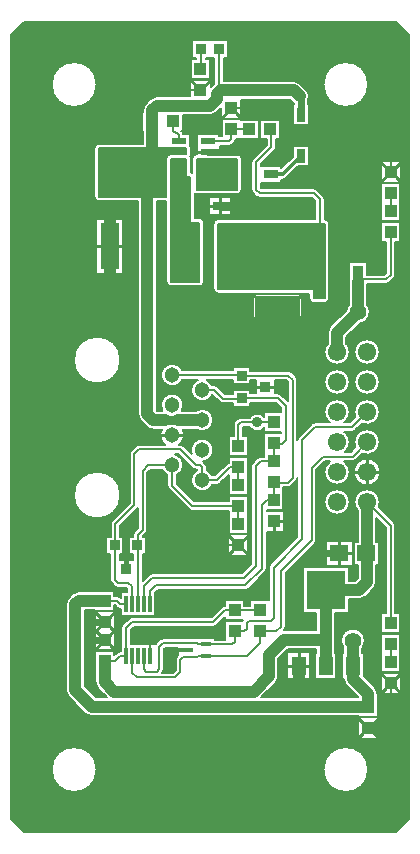
<source format=gbr>
G04 DesignSpark PCB PRO Gerber Version 10.0 Build 5299*
G04 #@! TF.Part,Single*
G04 #@! TF.FileFunction,Copper,L1,Top*
G04 #@! TF.FilePolarity,Positive*
%FSLAX36Y36*%
%MOIN*%
G04 #@! TA.AperFunction,SMDPad,CuDef*
%ADD120R,0.01181X0.05512*%
%ADD72R,0.03150X0.04528*%
%ADD125R,0.03465X0.11063*%
%ADD76R,0.03937X0.04291*%
%ADD126R,0.04724X0.06299*%
%ADD28R,0.05500X0.06000*%
%ADD122R,0.06299X0.15748*%
%ADD124R,0.08858X0.18898*%
%ADD127R,0.12992X0.12992*%
%ADD80R,0.03346X0.03346*%
%ADD81R,0.03740X0.03740*%
G04 #@! TD.AperFunction*
%ADD18C,0.00787*%
%ADD112C,0.01000*%
%ADD114C,0.01181*%
%ADD113C,0.01575*%
%ADD24C,0.02362*%
%ADD115C,0.02953*%
%ADD118C,0.03150*%
G04 #@! TA.AperFunction,ViaPad*
%ADD116C,0.03543*%
G04 #@! TD.AperFunction*
%ADD23C,0.03937*%
G04 #@! TA.AperFunction,ComponentPad*
%ADD74C,0.05130*%
G04 #@! TA.AperFunction,ViaPad*
%ADD117C,0.05600*%
G04 #@! TA.AperFunction,ComponentPad*
%ADD119C,0.06102*%
G04 #@! TA.AperFunction,SMDPad,CuDef*
%ADD129R,0.03543X0.01575*%
%ADD121R,0.04921X0.02362*%
%ADD123R,0.04528X0.03150*%
%ADD73R,0.04291X0.03937*%
%ADD128R,0.06000X0.05500*%
G04 #@! TD.AperFunction*
X0Y0D02*
D02*
D18*
X69744Y2689839D02*
Y73941D01*
X113311Y30374D01*
X1351256D01*
X1394823Y73941D01*
Y2689839D01*
X1351256Y2733406D01*
X113311D01*
X69744Y2689839D01*
X204724Y240157D02*
G75*
G02*
X354331I74803J0D01*
G01*
G75*
G02*
X204724I-74803J0D01*
G01*
Y2523622D02*
G75*
G02*
X354331I74803J0D01*
G01*
G75*
G02*
X204724I-74803J0D01*
G01*
X1350394Y761181D02*
X1366142D01*
Y694646D01*
X1303150D01*
Y761181D01*
X1318898D01*
Y1046626D01*
X1287402Y1078122D01*
Y999941D01*
X1295472D01*
Y921319D01*
X1287402D01*
Y866142D01*
G75*
G02*
X1278150Y843843I-31496J0D01*
G01*
X1250866Y816559D01*
G75*
G02*
X1228567Y807307I-22299J22244D01*
G01*
X1195039D01*
Y762047D01*
X1149772D01*
Y630157D01*
X1153701D01*
Y543543D01*
X1082835D01*
Y630157D01*
X1086780D01*
Y641732D01*
X993362D01*
X960630Y609000D01*
Y551181D01*
G75*
G02*
X951378Y528882I-31496J0D01*
G01*
X902811Y480315D01*
X1227110D01*
X1186583Y520843D01*
G75*
G02*
X1177331Y543142I22244J22299D01*
G01*
Y543543D01*
X1173386D01*
Y630157D01*
X1177165D01*
Y644941D01*
G75*
G02*
X1168850Y669291I31496J24350D01*
G01*
G75*
G02*
X1248472I39811J0D01*
G01*
G75*
G02*
X1240157Y644941I-39811J0D01*
G01*
Y630157D01*
X1244252D01*
Y552260D01*
X1282087Y514425D01*
G75*
G02*
X1291339Y492126I-22244J-22299D01*
G01*
Y448598D01*
G75*
G02*
Y448386I-31720J-106D01*
G01*
G75*
G02*
Y448173I-31803J-106D01*
G01*
Y415118D01*
X1228346D01*
Y417323D01*
X338583D01*
G75*
G02*
X316283Y426575I0J31496D01*
G01*
X261220Y481638D01*
G75*
G02*
X251969Y503937I22244J22299D01*
G01*
Y791339D01*
G75*
G02*
X261220Y813638I31496J0D01*
G01*
X272543Y824961D01*
G75*
G02*
X294843Y834213I22299J-22244D01*
G01*
X350394D01*
Y835984D01*
X413386D01*
Y818898D01*
X421236D01*
G75*
G02*
X432394Y814283I20J-15748D01*
G01*
X435039Y811642D01*
Y830709D01*
X456693D01*
Y843870D01*
X454106Y846457D01*
X425220D01*
G75*
G02*
X414063Y851071I-20J15748D01*
G01*
X404220Y860913D01*
G75*
G02*
X399606Y872047I11134J11138D01*
G01*
Y959646D01*
X386811D01*
Y1016732D01*
X401575D01*
Y1059055D01*
G75*
G02*
X406189Y1070189I15748J-4D01*
G01*
X464567Y1128571D01*
Y1291339D01*
G75*
G02*
X469181Y1302472I15748J-4D01*
G01*
X484929Y1318220D01*
G75*
G02*
X496087Y1322835I11138J-11134D01*
G01*
X583390D01*
G75*
G02*
X571303Y1373622I22909J32283D01*
G01*
X543307D01*
G75*
G02*
X518280Y1386000I4J31496D01*
G01*
X501378Y1402898D01*
G75*
G02*
X492126Y1425197I22244J22299D01*
G01*
Y2133854D01*
X362205D01*
G75*
G02*
X346453Y2149606I0J15752D01*
G01*
Y2311024D01*
G75*
G02*
X362205Y2326776I15752J0D01*
G01*
X508307D01*
Y2370079D01*
X506535D01*
Y2433071D01*
X508307D01*
Y2437398D01*
G75*
G02*
Y2437429I12110J16D01*
G01*
G75*
G02*
Y2437441I14098J8D01*
G01*
G75*
G02*
X517531Y2459713I31496J0D01*
G01*
X532846Y2475028D01*
G75*
G02*
X555161Y2484252I22272J-22272D01*
G01*
X667165D01*
Y2539764D01*
X734409D01*
Y2515173D01*
X745445Y2526209D01*
G75*
G02*
X746063Y2526807I22189J-22299D01*
G01*
Y2611220D01*
X718504D01*
Y2607638D01*
X732283D01*
Y2541102D01*
X669291D01*
Y2607638D01*
X687008D01*
Y2611220D01*
X672244D01*
Y2672244D01*
X792323D01*
Y2611220D01*
X777559D01*
Y2535433D01*
X1011811D01*
G75*
G02*
X1034110Y2526181I0J-31496D01*
G01*
X1053768Y2506524D01*
G75*
G02*
X1059055Y2469004I-22272J-22272D01*
G01*
Y2457677D01*
X1062992D01*
Y2388780D01*
X1007874D01*
Y2457677D01*
X1011811D01*
Y2459665D01*
G75*
G02*
X1009224Y2461980I19681J24594D01*
G01*
X998764Y2472441D01*
X836772D01*
Y2409055D01*
X769528D01*
Y2445457D01*
X754555Y2430484D01*
G75*
G02*
X732240Y2421260I-22272J22272D01*
G01*
X643071D01*
Y2370079D01*
X636445D01*
X639087Y2367433D01*
G75*
G02*
X643201Y2360236I-11130J-11138D01*
G01*
X664370D01*
Y2322465D01*
G75*
G02*
X669295Y2311024I-10827J-11441D01*
G01*
Y2291339D01*
G75*
G02*
X667185Y2283461I-15752J-4D01*
G01*
G75*
G02*
X669291Y2275591I-13642J-7866D01*
G01*
Y2231783D01*
G75*
G02*
X673228Y2230173I-3937J-15248D01*
G01*
Y2275591D01*
G75*
G02*
X687835Y2291295I15748J0D01*
G01*
Y2324961D01*
X689961D01*
Y2360236D01*
X762795D01*
Y2350394D01*
X771654D01*
Y2407717D01*
X834646D01*
Y2405512D01*
X895906D01*
Y2342520D01*
X834646D01*
Y2341181D01*
X818843D01*
G75*
G02*
X814260Y2331358I-15693J1343D01*
G01*
X806437Y2323535D01*
G75*
G02*
X795276Y2318898I-11161J11110D01*
G01*
X764921D01*
Y2291339D01*
X822835D01*
G75*
G02*
X838583Y2275591I0J-15748D01*
G01*
Y2173228D01*
G75*
G02*
X822835Y2157480I-15748J0D01*
G01*
X688976D01*
G75*
G02*
X681102Y2159591I0J15748D01*
G01*
Y2078740D01*
X696850D01*
G75*
G02*
X712598Y2062992I0J-15748D01*
G01*
Y1866142D01*
G75*
G02*
X696850Y1850394I-15748J0D01*
G01*
X602362D01*
G75*
G02*
X586614Y1866142I0J15748D01*
G01*
Y2133854D01*
X555118D01*
Y1438244D01*
X556748Y1436614D01*
X573728D01*
G75*
G02*
X568839Y1455118I32571J18504D01*
G01*
G75*
G02*
X643760I37461J0D01*
G01*
G75*
G02*
X638870Y1436614I-37461J0D01*
G01*
X686020D01*
G75*
G02*
X743760Y1405118I20280J-31496D01*
G01*
G75*
G02*
X686020Y1373622I-37461J0D01*
G01*
X641295D01*
G75*
G02*
X629209Y1322835I-34996J-18504D01*
G01*
X633835D01*
G75*
G02*
X644992Y1318220I20J-15748D01*
G01*
X671209Y1292008D01*
G75*
G02*
X668839Y1305118I35094J13114D01*
G01*
G75*
G02*
X743760I37461J0D01*
G01*
G75*
G02*
X708811Y1267740I-37465J0D01*
G01*
G75*
G02*
X709587Y1267016I-10366J-11878D01*
G01*
X717409Y1259193D01*
G75*
G02*
X722047Y1248031I-11110J-11161D01*
G01*
Y1239106D01*
G75*
G02*
X740287Y1220866I-15748J-33988D01*
G01*
X749382D01*
X787685Y1259165D01*
G75*
G02*
X795276Y1263374I11134J-11134D01*
G01*
Y1281732D01*
X858268D01*
Y1155276D01*
X795276D01*
Y1222217D01*
X767039Y1193984D01*
G75*
G02*
X755882Y1189370I-11138J11134D01*
G01*
X740287D01*
G75*
G02*
X668839Y1205118I-33988J15748D01*
G01*
G75*
G02*
X690551Y1239106I37461J0D01*
G01*
Y1240157D01*
X685063D01*
G75*
G02*
X673906Y1244772I-20J15748D01*
G01*
X627335Y1291339D01*
X615858D01*
G75*
G02*
X622047Y1221130I-9559J-36220D01*
G01*
Y1191563D01*
X679752Y1133858D01*
X795276D01*
Y1151811D01*
X858268D01*
Y1025354D01*
X795276D01*
Y1102362D01*
X673252D01*
G75*
G02*
X662094Y1106976I-20J15748D01*
G01*
X595165Y1173906D01*
G75*
G02*
X590551Y1185039I11134J11138D01*
G01*
Y1221130D01*
G75*
G02*
X572311Y1239370I15748J33988D01*
G01*
X533295D01*
X523622Y1229697D01*
Y1039370D01*
G75*
G02*
X519008Y1028236I-15748J4D01*
G01*
X507874Y1017098D01*
Y1016732D01*
X518701D01*
Y959646D01*
X507874D01*
Y868728D01*
X528236Y889087D01*
G75*
G02*
X539394Y893701I11138J-11134D01*
G01*
X839933D01*
X870079Y923846D01*
Y1251969D01*
G75*
G02*
X874693Y1263102I15748J-4D01*
G01*
X890008Y1278417D01*
G75*
G02*
X901165Y1283031I11138J-11134D01*
G01*
X913386D01*
Y1360472D01*
X968504D01*
Y1363937D01*
X913386D01*
Y1379488D01*
G75*
G02*
X864787Y1381457I-23622J17717D01*
G01*
X842520D01*
Y1351732D01*
X858268D01*
Y1285197D01*
X795276D01*
Y1351732D01*
X811024D01*
Y1389764D01*
G75*
G02*
X815638Y1400898I15748J-4D01*
G01*
X823079Y1408339D01*
G75*
G02*
X834236Y1412953I11138J-11134D01*
G01*
X864787D01*
G75*
G02*
X913386Y1414921I24976J-15748D01*
G01*
Y1430472D01*
X968504D01*
Y1446232D01*
X952138Y1462598D01*
X867126D01*
Y1449803D01*
X810039D01*
Y1460630D01*
X775614D01*
G75*
G02*
X764457Y1465244I-20J15748D01*
G01*
X740327Y1489370D01*
X740287D01*
G75*
G02*
X668839Y1505118I-33988J15748D01*
G01*
G75*
G02*
X691130Y1539370I37461J0D01*
G01*
X640287D01*
G75*
G02*
X568839Y1555118I-33988J15748D01*
G01*
G75*
G02*
X640287Y1570866I37461J0D01*
G01*
X810039D01*
Y1581693D01*
X867126D01*
Y1568898D01*
X994071D01*
G75*
G02*
X1005228Y1564283I20J-15748D01*
G01*
X1019008Y1550504D01*
G75*
G02*
X1023622Y1539370I-11134J-11138D01*
G01*
Y1338583D01*
G75*
G02*
X1028236Y1349717I15748J-4D01*
G01*
X1071543Y1393024D01*
G75*
G02*
X1082701Y1397638I11138J-11134D01*
G01*
X1131047D01*
G75*
G02*
X1113583Y1431890I24858J34256D01*
G01*
G75*
G02*
X1198228I42323J0D01*
G01*
G75*
G02*
X1180764Y1397638I-42323J4D01*
G01*
X1199382D01*
X1216992Y1415248D01*
G75*
G02*
X1213583Y1431890I38913J16642D01*
G01*
G75*
G02*
X1298228I42323J0D01*
G01*
G75*
G02*
X1239264Y1392976I-42323J0D01*
G01*
X1217039Y1370756D01*
G75*
G02*
X1205882Y1366142I-11138J11134D01*
G01*
X1180764D01*
G75*
G02*
X1182803Y1299213I-24858J-34252D01*
G01*
X1200957D01*
X1216992Y1315248D01*
G75*
G02*
X1213583Y1331890I38913J16642D01*
G01*
G75*
G02*
X1298228I42323J0D01*
G01*
G75*
G02*
X1239264Y1292976I-42323J0D01*
G01*
X1218614Y1272331D01*
G75*
G02*
X1207457Y1267717I-11138J11134D01*
G01*
X1178437D01*
G75*
G02*
X1198228Y1231890I-22531J-35827D01*
G01*
G75*
G02*
X1113583I-42323J0D01*
G01*
G75*
G02*
X1133374Y1267717I42323J0D01*
G01*
X1116760D01*
X1086614Y1237571D01*
Y1003937D01*
G75*
G02*
X1082000Y992803I-15748J4D01*
G01*
X984252Y895051D01*
Y716535D01*
G75*
G02*
X979638Y705402I-15748J4D01*
G01*
X978933Y704693D01*
G75*
G02*
X980315Y704724I1409J-31484D01*
G01*
X1086780D01*
Y762047D01*
X1041496D01*
Y915591D01*
X1195039D01*
Y870299D01*
X1215520D01*
X1224409Y879189D01*
Y921319D01*
X1211850D01*
Y999941D01*
X1224409D01*
Y1103618D01*
G75*
G02*
X1213583Y1131890I31500J28272D01*
G01*
G75*
G02*
X1298228I42323J0D01*
G01*
G75*
G02*
X1294819Y1115248I-42323J0D01*
G01*
X1345780Y1064283D01*
G75*
G02*
X1350394Y1053150I-11134J-11138D01*
G01*
Y761181D01*
X352205Y2076929D02*
X443071D01*
Y1891575D01*
X352205D01*
Y2076929D01*
X1114173Y2074803D02*
G75*
G02*
X1129921Y2059055I0J-15748D01*
G01*
Y1811024D01*
G75*
G02*
X1126181Y1800835I-15748J0D01*
G01*
Y1799016D01*
X1124362D01*
G75*
G02*
X1114173Y1795276I-10189J12008D01*
G01*
X1078740D01*
G75*
G02*
X1068551Y1799016I0J15748D01*
G01*
X1067913D01*
Y1799587D01*
G75*
G02*
X1062992Y1811024I10827J11437D01*
G01*
Y1826772D01*
X759843D01*
G75*
G02*
X744094Y1842520I0J15748D01*
G01*
Y2059055D01*
G75*
G02*
X759843Y2074803I15748J0D01*
G01*
X1082677D01*
Y2135209D01*
X1072217Y2145669D01*
X897661D01*
G75*
G02*
X886504Y2150283I-20J15748D01*
G01*
X875126Y2161661D01*
G75*
G02*
X870512Y2172795I11134J11138D01*
G01*
Y2264213D01*
G75*
G02*
X875126Y2275346I15748J-4D01*
G01*
X921260Y2321484D01*
Y2342520D01*
X899370D01*
Y2405512D01*
X965906D01*
Y2342520D01*
X952756D01*
Y2314961D01*
G75*
G02*
X948142Y2303827I-15748J4D01*
G01*
X902008Y2257689D01*
Y2251969D01*
X969488D01*
Y2244543D01*
X1007874Y2282929D01*
Y2319882D01*
X1062992D01*
Y2250984D01*
X1026039D01*
X986945Y2211890D01*
G75*
G02*
X974409Y2206693I-12535J12520D01*
G01*
X969488D01*
Y2196850D01*
X902008D01*
Y2179319D01*
X904161Y2177165D01*
X1078717D01*
G75*
G02*
X1089874Y2172551I20J-15748D01*
G01*
X1109559Y2152866D01*
G75*
G02*
X1114173Y2141732I-11134J-11138D01*
G01*
Y2074803D01*
X1113583Y1531890D02*
G75*
G02*
X1198228I42323J0D01*
G01*
G75*
G02*
X1113583I-42323J0D01*
G01*
X1303150Y2065197D02*
X1366142D01*
Y1998661D01*
X1350394D01*
Y1889764D01*
G75*
G02*
X1345780Y1878630I-15748J4D01*
G01*
X1330031Y1862882D01*
G75*
G02*
X1318874Y1858268I-11138J11134D01*
G01*
X1257283D01*
Y1789508D01*
G75*
G02*
X1230839Y1725669I-31496J-24350D01*
G01*
X1187402Y1682228D01*
Y1660161D01*
G75*
G02*
X1198228Y1631890I-31500J-28272D01*
G01*
G75*
G02*
X1113583I-42323J0D01*
G01*
G75*
G02*
X1124409Y1660161I42327J0D01*
G01*
Y1695276D01*
G75*
G02*
X1133661Y1717575I31496J0D01*
G01*
X1186299Y1770209D01*
G75*
G02*
X1194291Y1789508I39496J-5051D01*
G01*
Y1866142D01*
G75*
G02*
X1196654Y1878110I31500J0D01*
G01*
Y1933268D01*
X1254921D01*
Y1889764D01*
X1312374D01*
X1318898Y1896287D01*
Y1998661D01*
X1303150D01*
Y2065197D01*
X1213583Y1531890D02*
G75*
G02*
X1298228I42323J0D01*
G01*
G75*
G02*
X1213583I-42323J0D01*
G01*
Y1631890D02*
G75*
G02*
X1298228I42323J0D01*
G01*
G75*
G02*
X1213583I-42323J0D01*
G01*
X875886Y1825709D02*
X1037500D01*
Y1737835D01*
X1027559D01*
Y1696850D01*
X885827D01*
Y1737835D01*
X875886D01*
Y1825709D01*
X729173Y2147795D02*
X802323D01*
Y2088425D01*
X729173D01*
Y2147795D01*
X793150Y1024016D02*
X860394D01*
Y953228D01*
X793150D01*
Y1024016D01*
X1211457Y1231890D02*
G75*
G02*
X1300354I44449J0D01*
G01*
G75*
G02*
X1211457I-44449J0D01*
G01*
X1113583Y1131890D02*
G75*
G02*
X1198228I42323J0D01*
G01*
G75*
G02*
X1113583I-42323J0D01*
G01*
X1119724Y1002067D02*
X1207598D01*
Y919193D01*
X1119724D01*
Y1002067D01*
X1301024Y563386D02*
X1368268D01*
Y492598D01*
X1301024D01*
Y563386D01*
X1303150Y691181D02*
X1366142D01*
Y564724D01*
X1303150D01*
Y691181D01*
X990157Y632283D02*
X1065276D01*
Y541417D01*
X990157D01*
Y632283D01*
X1110236Y240157D02*
G75*
G02*
X1259843I74803J0D01*
G01*
G75*
G02*
X1110236I-74803J0D01*
G01*
X1226220Y413780D02*
X1293465D01*
Y342992D01*
X1226220D01*
Y413780D01*
X278543Y1155079D02*
G75*
G02*
X434055I77756J0D01*
G01*
G75*
G02*
X278543I-77756J0D01*
G01*
Y1605157D02*
G75*
G02*
X434055I77756J0D01*
G01*
G75*
G02*
X278543I-77756J0D01*
G01*
X1110236Y2523622D02*
G75*
G02*
X1259843I74803J0D01*
G01*
G75*
G02*
X1110236I-74803J0D01*
G01*
X1301024Y2267244D02*
X1368268D01*
Y2196457D01*
X1301024D01*
Y2267244D01*
X1303150Y2195118D02*
X1366142D01*
Y2068661D01*
X1303150D01*
Y2195118D01*
X73681Y240157D02*
G36*
X73681Y240157D02*
Y70004D01*
X109374Y34311D01*
X1355193D01*
X1390886Y70004D01*
Y240157D01*
X1259843D01*
G75*
G02*
X1110236I-74803J0D01*
G01*
X354331D01*
G75*
G02*
X204724I-74803J0D01*
G01*
X73681D01*
G37*
Y378386D02*
G36*
X73681Y378386D02*
Y240157D01*
X204724D01*
G75*
G02*
X354331I74803J0D01*
G01*
X1110236D01*
G75*
G02*
X1259843I74803J0D01*
G01*
X1390886D01*
Y378386D01*
X1293465D01*
Y342992D01*
X1226220D01*
Y378386D01*
X73681D01*
G37*
Y527992D02*
G36*
X73681Y527992D02*
Y378386D01*
X1226220D01*
Y413780D01*
X1293465D01*
Y378386D01*
X1390886D01*
Y527992D01*
X1368268D01*
Y492598D01*
X1301024D01*
Y527992D01*
X1268520D01*
X1282087Y514425D01*
G75*
G02*
X1291339Y492126I-22256J-22303D01*
G01*
Y448598D01*
Y448386D01*
Y448173D01*
Y415118D01*
X1228346D01*
Y417323D01*
X338583D01*
G75*
G02*
X316283Y426575I4J31508D01*
G01*
X261220Y481638D01*
G75*
G02*
X251969Y503937I22256J22303D01*
G01*
Y527992D01*
X73681D01*
G37*
X950488D02*
G36*
X950488Y527992D02*
X902811Y480315D01*
X1227110D01*
X1186583Y520843D01*
G75*
G02*
X1181213Y527992I22256J22307D01*
G01*
X950488D01*
G37*
X73681Y627953D02*
G36*
X73681Y627953D02*
Y527992D01*
X251969D01*
Y627953D01*
X73681D01*
G37*
X951378Y528882D02*
G36*
X951378Y528882D02*
X950488Y527992D01*
X1181213D01*
G75*
G02*
X1177331Y543142I27626J15150D01*
G01*
Y543543D01*
X1173386D01*
Y627953D01*
X1153701D01*
Y543543D01*
X1082835D01*
Y627953D01*
X1065276D01*
Y541417D01*
X990157D01*
Y627953D01*
X979583D01*
X960630Y609000D01*
Y551181D01*
G75*
G02*
X951378Y528882I-31508J4D01*
G01*
G37*
X1244252Y627953D02*
G36*
X1244252Y627953D02*
Y552260D01*
X1268520Y527992D01*
X1301024D01*
Y563386D01*
X1368268D01*
Y527992D01*
X1390886D01*
Y627953D01*
X1366142D01*
Y564724D01*
X1303150D01*
Y627953D01*
X1244252D01*
G37*
X73681Y988622D02*
G36*
X73681Y988622D02*
Y627953D01*
X251969D01*
Y791339D01*
G75*
G02*
X261220Y813638I31508J-4D01*
G01*
X272543Y824961D01*
G75*
G02*
X294843Y834213I22303J-22256D01*
G01*
X350394D01*
Y835984D01*
X413386D01*
Y818898D01*
X421236D01*
G75*
G02*
X432394Y814283I16J-15760D01*
G01*
X435039Y811642D01*
Y830709D01*
X456693D01*
Y843870D01*
X454106Y846457D01*
X425220D01*
G75*
G02*
X414063Y851071I-16J15760D01*
G01*
X404220Y860913D01*
G75*
G02*
X399606Y872047I11138J11138D01*
G01*
Y959646D01*
X386811D01*
Y988622D01*
X73681D01*
G37*
X507874Y959646D02*
G36*
X507874Y959646D02*
Y868728D01*
X528236Y889087D01*
G75*
G02*
X539394Y893701I11142J-11146D01*
G01*
X839933D01*
X870079Y923846D01*
Y988622D01*
X860394D01*
Y953228D01*
X793150D01*
Y988622D01*
X518701D01*
Y959646D01*
X507874D01*
G37*
X979638Y705402D02*
G36*
X979638Y705402D02*
X978933Y704693D01*
G75*
G02*
X980315Y704724I1378J-30142D01*
G01*
X1086780D01*
Y762047D01*
X1041496D01*
Y915591D01*
X1195039D01*
Y870299D01*
X1215520D01*
X1224409Y879189D01*
Y921319D01*
X1211850D01*
Y988622D01*
X1207598D01*
Y919193D01*
X1119724D01*
Y988622D01*
X1077819D01*
X984252Y895051D01*
Y716535D01*
G75*
G02*
X979638Y705402I-15752J4D01*
G01*
G37*
X979583Y627953D02*
G36*
X979583Y627953D02*
X990157D01*
Y632283D01*
X1065276D01*
Y627953D01*
X1082835D01*
Y630157D01*
X1086780D01*
Y641732D01*
X993362D01*
X979583Y627953D01*
G37*
X1149772Y762047D02*
G36*
X1149772Y762047D02*
Y630157D01*
X1153701D01*
Y627953D01*
X1173386D01*
Y630157D01*
X1177165D01*
Y644941D01*
G75*
G02*
X1168850Y669291I31524J24358D01*
G01*
G75*
G02*
X1248472I39811J0D01*
G01*
G75*
G02*
X1240157Y644941I-39839J8D01*
G01*
Y630157D01*
X1244252D01*
Y627953D01*
X1303150D01*
Y691181D01*
X1366142D01*
Y627953D01*
X1390886D01*
Y988622D01*
X1350394D01*
Y761181D01*
X1366142D01*
Y694646D01*
X1303150D01*
Y761181D01*
X1318898D01*
Y988622D01*
X1295472D01*
Y921319D01*
X1287402D01*
Y866142D01*
G75*
G02*
X1278150Y843843I-31508J4D01*
G01*
X1250866Y816559D01*
G75*
G02*
X1228567Y807307I-22303J22256D01*
G01*
X1195039D01*
Y762047D01*
X1149772D01*
G37*
X73681Y1131890D02*
G36*
X73681Y1131890D02*
Y988622D01*
X386811D01*
Y1016732D01*
X401575D01*
Y1059055D01*
G75*
G02*
X406189Y1070189I15752J-4D01*
G01*
X464567Y1128571D01*
Y1131890D01*
X430516D01*
G75*
G02*
X282083I-74217J23189D01*
G01*
X73681D01*
G37*
X507874Y1017098D02*
G36*
X507874Y1017098D02*
Y1016732D01*
X518701D01*
Y988622D01*
X793150D01*
Y1024016D01*
X860394D01*
Y988622D01*
X870079D01*
Y1131890D01*
X858268D01*
Y1025354D01*
X795276D01*
Y1102362D01*
X673252D01*
G75*
G02*
X662094Y1106976I-16J15760D01*
G01*
X637181Y1131890D01*
X523622D01*
Y1039370D01*
G75*
G02*
X519008Y1028236I-15752J4D01*
G01*
X507874Y1017098D01*
G37*
X1082000Y992803D02*
G36*
X1082000Y992803D02*
X1077819Y988622D01*
X1119724D01*
Y1002067D01*
X1207598D01*
Y988622D01*
X1211850D01*
Y999941D01*
X1224409D01*
Y1103618D01*
G75*
G02*
X1213583Y1131890I31496J28272D01*
G01*
X1198228D01*
G75*
G02*
X1113583I-42323J0D01*
G01*
X1086614D01*
Y1003937D01*
G75*
G02*
X1082000Y992803I-15752J4D01*
G01*
G37*
X1287402Y1078122D02*
G36*
X1287402Y1078122D02*
Y999941D01*
X1295472D01*
Y988622D01*
X1318898D01*
Y1046626D01*
X1287402Y1078122D01*
G37*
X1298228Y1131890D02*
G36*
X1298228Y1131890D02*
G75*
G02*
X1294819Y1115248I-42386J16D01*
G01*
X1345780Y1064283D01*
G75*
G02*
X1350394Y1053150I-11138J-11138D01*
G01*
Y988622D01*
X1390886D01*
Y1131890D01*
X1298228D01*
G37*
X73681Y1231890D02*
G36*
X73681Y1231890D02*
Y1131890D01*
X282083D01*
G75*
G02*
X278543Y1155079I74217J23193D01*
G01*
G75*
G02*
X344213Y1231890I77756J0D01*
G01*
X73681D01*
G37*
X434055Y1155079D02*
G36*
X434055Y1155079D02*
G75*
G02*
X430516Y1131890I-77756J4D01*
G01*
X464567D01*
Y1231890D01*
X368386D01*
G75*
G02*
X434055Y1155079I-12087J-76811D01*
G01*
G37*
X523622Y1229697D02*
G36*
X523622Y1229697D02*
Y1131890D01*
X637181D01*
X595165Y1173906D01*
G75*
G02*
X590551Y1185039I11138J11138D01*
G01*
Y1221130D01*
G75*
G02*
X576909Y1231890I15740J33984D01*
G01*
X525815D01*
X523622Y1229697D01*
G37*
X622047Y1221130D02*
G36*
X622047Y1221130D02*
Y1191563D01*
X679752Y1133858D01*
X795276D01*
Y1151811D01*
X858268D01*
Y1131890D01*
X870079D01*
Y1231890D01*
X858268D01*
Y1155276D01*
X795276D01*
Y1222217D01*
X767039Y1193984D01*
G75*
G02*
X755882Y1189370I-11142J11146D01*
G01*
X740287D01*
G75*
G02*
X668839Y1205118I-33988J15748D01*
G01*
G75*
G02*
Y1205122I37594J4D01*
G01*
G75*
G02*
X680094Y1231890I37453J4D01*
G01*
X635689D01*
G75*
G02*
X622047Y1221130I-29390J23232D01*
G01*
G37*
X732500Y1231890D02*
G36*
X732500Y1231890D02*
G75*
G02*
X740287Y1220866I-26193J-26768D01*
G01*
X749382D01*
X760406Y1231890D01*
X732500D01*
G37*
X1086614D02*
G36*
X1086614Y1231890D02*
Y1131890D01*
X1113583D01*
G75*
G02*
X1198228I42323J0D01*
G01*
X1213583D01*
G75*
G02*
X1298228I42323J0D01*
G01*
X1390886D01*
Y1231890D01*
X1300354D01*
G75*
G02*
X1211457I-44449J0D01*
G01*
X1198228D01*
G75*
G02*
X1113583I-42323J0D01*
G01*
X1086614D01*
G37*
X73681Y1531890D02*
G36*
X73681Y1531890D02*
Y1231890D01*
X344213D01*
G75*
G02*
X368386I12087J-76823D01*
G01*
X464567D01*
Y1291339D01*
G75*
G02*
X469181Y1302472I15752J-4D01*
G01*
X484929Y1318220D01*
G75*
G02*
X496087Y1322835I11142J-11146D01*
G01*
X583390D01*
G75*
G02*
X566713Y1355118I22906J32283D01*
G01*
G75*
G02*
X571303Y1373622I39583J0D01*
G01*
X543307D01*
G75*
G02*
X518280Y1386000I0J31492D01*
G01*
X501378Y1402898D01*
G75*
G02*
X492126Y1425197I22256J22303D01*
G01*
Y1531890D01*
X382335D01*
G75*
G02*
X330264I-26035J73272D01*
G01*
X73681D01*
G37*
X533295Y1239370D02*
G36*
X533295Y1239370D02*
X525815Y1231890D01*
X576909D01*
G75*
G02*
X572311Y1239370I29382J23217D01*
G01*
X533295D01*
G37*
X555118Y1531890D02*
G36*
X555118Y1531890D02*
Y1438244D01*
X556748Y1436614D01*
X573728D01*
G75*
G02*
X568839Y1455118I32587J18508D01*
G01*
G75*
G02*
X643760I37461J0D01*
G01*
G75*
G02*
X638870Y1436614I-37476J4D01*
G01*
X686020D01*
G75*
G02*
X743760Y1405118I20280J-31496D01*
G01*
G75*
G02*
X686020Y1373622I-37461J0D01*
G01*
X641295D01*
G75*
G02*
X645886Y1355118I-34992J-18504D01*
G01*
G75*
G02*
X629209Y1322835I-39583J0D01*
G01*
X633835D01*
G75*
G02*
X644992Y1318220I16J-15760D01*
G01*
X671209Y1292008D01*
G75*
G02*
X668839Y1305118I35146J13122D01*
G01*
G75*
G02*
X743760I37461J0D01*
G01*
G75*
G02*
X708811Y1267740I-37461J0D01*
G01*
G75*
G02*
X709587Y1267016I-9433J-10874D01*
G01*
X717409Y1259193D01*
G75*
G02*
X722047Y1248035I-11102J-11157D01*
G01*
G75*
G02*
Y1248031I-16114J0D01*
G01*
Y1239106D01*
G75*
G02*
X732500Y1231890I-15740J-33976D01*
G01*
X760406D01*
X787685Y1259165D01*
G75*
G02*
X795276Y1263374I11138J-11134D01*
G01*
Y1281732D01*
X858268D01*
Y1231890D01*
X870079D01*
Y1251969D01*
G75*
G02*
X874693Y1263102I15752J-4D01*
G01*
X890008Y1278417D01*
G75*
G02*
X901165Y1283031I11142J-11146D01*
G01*
X913386D01*
Y1360472D01*
X968504D01*
Y1363937D01*
X913386D01*
Y1379488D01*
G75*
G02*
X864787Y1381457I-23622J17713D01*
G01*
X842520D01*
Y1351732D01*
X858268D01*
Y1285197D01*
X795276D01*
Y1351732D01*
X811024D01*
Y1389764D01*
G75*
G02*
X815638Y1400898I15752J-4D01*
G01*
X823079Y1408339D01*
G75*
G02*
X834236Y1412953I11142J-11146D01*
G01*
X864787D01*
G75*
G02*
X913386Y1414921I24976J-15744D01*
G01*
Y1430472D01*
X968504D01*
Y1446232D01*
X952138Y1462598D01*
X867126D01*
Y1449803D01*
X810039D01*
Y1460630D01*
X775614D01*
G75*
G02*
X764457Y1465244I-16J15760D01*
G01*
X740327Y1489370D01*
X740287D01*
G75*
G02*
X668839Y1505118I-33988J15748D01*
G01*
G75*
G02*
X680094Y1531890I37461J4D01*
G01*
X635689D01*
G75*
G02*
X576909I-29390J23228D01*
G01*
X555118D01*
G37*
X627335Y1291339D02*
G36*
X627335Y1291339D02*
X615858D01*
G75*
G02*
X643760Y1255118I-9559J-36220D01*
G01*
G75*
G02*
X635689Y1231890I-37461J0D01*
G01*
X680094D01*
G75*
G02*
X690551Y1239106I26197J-26772D01*
G01*
Y1240157D01*
X685063D01*
G75*
G02*
X673906Y1244772I-16J15760D01*
G01*
X627335Y1291339D01*
G37*
X1023622Y1531890D02*
G36*
X1023622Y1531890D02*
Y1338583D01*
G75*
G02*
X1028236Y1349717I15752J-4D01*
G01*
X1071543Y1393024D01*
G75*
G02*
X1082701Y1397638I11142J-11146D01*
G01*
X1131047D01*
G75*
G02*
X1113583Y1431890I24854J34252D01*
G01*
G75*
G02*
X1198228I42323J0D01*
G01*
G75*
G02*
X1180764Y1397638I-42319J0D01*
G01*
X1199382D01*
X1216992Y1415248D01*
G75*
G02*
X1213583Y1431890I38976J16657D01*
G01*
G75*
G02*
X1298228I42323J0D01*
G01*
G75*
G02*
X1239264Y1392976I-42323J4D01*
G01*
X1217039Y1370756D01*
G75*
G02*
X1205882Y1366142I-11142J11146D01*
G01*
X1180764D01*
G75*
G02*
X1198228Y1331890I-24858J-34252D01*
G01*
G75*
G02*
X1182803Y1299213I-42323J0D01*
G01*
X1200957D01*
X1216992Y1315248D01*
G75*
G02*
X1213583Y1331890I38976J16657D01*
G01*
G75*
G02*
X1298228I42323J0D01*
G01*
G75*
G02*
X1239264Y1292976I-42323J4D01*
G01*
X1218614Y1272331D01*
G75*
G02*
X1207457Y1267717I-11142J11146D01*
G01*
X1178437D01*
G75*
G02*
X1198228Y1231894I-22524J-35823D01*
G01*
G75*
G02*
Y1231890I-56394J0D01*
G01*
X1211457D01*
G75*
G02*
X1300354I44449J0D01*
G01*
X1390886D01*
Y1531890D01*
X1298228D01*
G75*
G02*
X1213583I-42323J0D01*
G01*
X1198228D01*
G75*
G02*
X1113583I-42323J0D01*
G01*
X1023622D01*
G37*
X1086614Y1237571D02*
G36*
X1086614Y1237571D02*
Y1231890D01*
X1113583D01*
G75*
G02*
Y1231894I56394J4D01*
G01*
G75*
G02*
X1133374Y1267717I42315J0D01*
G01*
X1116760D01*
X1086614Y1237571D01*
G37*
X73681Y1631890D02*
G36*
X73681Y1631890D02*
Y1531890D01*
X330264D01*
G75*
G02*
X278543Y1605157I26035J73268D01*
G01*
G75*
G02*
X283283Y1631890I77756J0D01*
G01*
X73681D01*
G37*
X434055Y1605157D02*
G36*
X434055Y1605157D02*
G75*
G02*
X382335Y1531890I-77756J0D01*
G01*
X492126D01*
Y1631890D01*
X429315D01*
G75*
G02*
X434055Y1605157I-73016J-26732D01*
G01*
G37*
X555118Y1631890D02*
G36*
X555118Y1631890D02*
Y1531890D01*
X576909D01*
G75*
G02*
X568839Y1555118I29390J23228D01*
G01*
G75*
G02*
X640287Y1570866I37461J0D01*
G01*
X810039D01*
Y1581693D01*
X867126D01*
Y1568898D01*
X994071D01*
G75*
G02*
X1005228Y1564283I16J-15760D01*
G01*
X1019008Y1550504D01*
G75*
G02*
X1023622Y1539370I-11138J-11138D01*
G01*
Y1531890D01*
X1113583D01*
G75*
G02*
X1198228I42323J0D01*
G01*
X1213583D01*
G75*
G02*
X1298228I42323J0D01*
G01*
X1390886D01*
Y1631890D01*
X1298228D01*
G75*
G02*
X1213583I-42323J0D01*
G01*
X1198228D01*
G75*
G02*
X1113583I-42323J0D01*
G01*
X555118D01*
G37*
X640287Y1539370D02*
G36*
X640287Y1539370D02*
G75*
G02*
X635689Y1531890I-33988J15740D01*
G01*
X680094D01*
G75*
G02*
X691130Y1539370I26205J-26776D01*
G01*
X640287D01*
G37*
X73681Y1761280D02*
G36*
X73681Y1761280D02*
Y1631890D01*
X283283D01*
G75*
G02*
X429315I73016J-26732D01*
G01*
X492126D01*
Y1761280D01*
X73681D01*
G37*
X555118D02*
G36*
X555118Y1761280D02*
Y1631890D01*
X1113583D01*
G75*
G02*
X1124409Y1660161I42323J0D01*
G01*
Y1695276D01*
G75*
G02*
X1133661Y1717575I31508J-4D01*
G01*
X1177370Y1761280D01*
X1037500D01*
Y1737835D01*
X1027559D01*
Y1696850D01*
X885827D01*
Y1737835D01*
X875886D01*
Y1761280D01*
X555118D01*
G37*
X1187402Y1682228D02*
G36*
X1187402Y1682228D02*
Y1660161D01*
G75*
G02*
X1198228Y1631890I-31496J-28272D01*
G01*
X1213583D01*
G75*
G02*
X1298228I42323J0D01*
G01*
X1390886D01*
Y1761280D01*
X1265409D01*
G75*
G02*
X1230839Y1725669I-39622J3878D01*
G01*
X1187402Y1682228D01*
G37*
X73681Y1984252D02*
G36*
X73681Y1984252D02*
Y1761280D01*
X492126D01*
Y1984252D01*
X443071D01*
Y1891575D01*
X352205D01*
Y1984252D01*
X73681D01*
G37*
X555118D02*
G36*
X555118Y1984252D02*
Y1761280D01*
X875886D01*
Y1825709D01*
X1037500D01*
Y1761280D01*
X1177370D01*
X1186299Y1770209D01*
G75*
G02*
X1194291Y1789508I39531J-5067D01*
G01*
Y1866142D01*
G75*
G02*
Y1866157I34705J8D01*
G01*
G75*
G02*
X1196654Y1878110I31425J0D01*
G01*
Y1933268D01*
X1254921D01*
Y1889764D01*
X1312374D01*
X1318898Y1896287D01*
Y1984252D01*
X1129921D01*
Y1811024D01*
G75*
G02*
X1126181Y1800835I-15756J4D01*
G01*
Y1799016D01*
X1124362D01*
G75*
G02*
X1114173Y1795276I-10193J12016D01*
G01*
X1078740D01*
G75*
G02*
X1068551Y1799016I4J15756D01*
G01*
X1067913D01*
Y1799587D01*
G75*
G02*
X1062992Y1811024I10843J11445D01*
G01*
Y1826772D01*
X759843D01*
G75*
G02*
X744094Y1842520I0J15748D01*
G01*
Y1984252D01*
X712598D01*
Y1866142D01*
G75*
G02*
X696850Y1850394I-15748J0D01*
G01*
X602362D01*
G75*
G02*
X586614Y1866142I0J15748D01*
G01*
Y1984252D01*
X555118D01*
G37*
X1257283Y1858268D02*
G36*
X1257283Y1858268D02*
Y1789508D01*
G75*
G02*
X1265598Y1765157I-31496J-24350D01*
G01*
G75*
G02*
X1265409Y1761280I-39803J-4D01*
G01*
X1390886D01*
Y1984252D01*
X1350394D01*
Y1889764D01*
G75*
G02*
X1345780Y1878630I-15752J4D01*
G01*
X1330031Y1862882D01*
G75*
G02*
X1318874Y1858268I-11142J11146D01*
G01*
X1257283D01*
G37*
X73681Y2118110D02*
G36*
X73681Y2118110D02*
Y1984252D01*
X352205D01*
Y2076929D01*
X443071D01*
Y1984252D01*
X492126D01*
Y2118110D01*
X73681D01*
G37*
X555118D02*
G36*
X555118Y2118110D02*
Y1984252D01*
X586614D01*
Y2118110D01*
X555118D01*
G37*
X681102D02*
G36*
X681102Y2118110D02*
Y2078740D01*
X696850D01*
G75*
G02*
X712598Y2062992I0J-15748D01*
G01*
Y1984252D01*
X744094D01*
Y2059055D01*
G75*
G02*
X759843Y2074803I15748J0D01*
G01*
X1082677D01*
Y2118110D01*
X802323D01*
Y2088425D01*
X729173D01*
Y2118110D01*
X681102D01*
G37*
X1114173D02*
G36*
X1114173Y2118110D02*
Y2074803D01*
G75*
G02*
X1129921Y2059055I0J-15748D01*
G01*
Y1984252D01*
X1318898D01*
Y1998661D01*
X1303150D01*
Y2065197D01*
X1366142D01*
Y1998661D01*
X1350394D01*
Y1984252D01*
X1390886D01*
Y2118110D01*
X1366142D01*
Y2068661D01*
X1303150D01*
Y2118110D01*
X1114173D01*
G37*
X73681Y2231850D02*
G36*
X73681Y2231850D02*
Y2118110D01*
X492126D01*
Y2133854D01*
X362205D01*
G75*
G02*
X346453Y2149606I0J15752D01*
G01*
Y2231850D01*
X73681D01*
G37*
X555118Y2133854D02*
G36*
X555118Y2133854D02*
Y2118110D01*
X586614D01*
Y2133854D01*
X555118D01*
G37*
X669291Y2231850D02*
G36*
X669291Y2231850D02*
Y2231783D01*
G75*
G02*
X673228Y2230173I-3996J-15382D01*
G01*
Y2231850D01*
X669291D01*
G37*
X681102Y2159591D02*
G36*
X681102Y2159591D02*
Y2118110D01*
X729173D01*
Y2147795D01*
X802323D01*
Y2118110D01*
X1082677D01*
Y2135209D01*
X1072217Y2145669D01*
X897661D01*
G75*
G02*
X886504Y2150283I-16J15760D01*
G01*
X875126Y2161661D01*
G75*
G02*
X870512Y2172795I11138J11138D01*
G01*
Y2231850D01*
X838583D01*
Y2173228D01*
G75*
G02*
X822835Y2157480I-15748J0D01*
G01*
X688976D01*
G75*
G02*
X681102Y2159591I-8J15720D01*
G01*
G37*
X902008Y2196850D02*
G36*
X902008Y2196850D02*
Y2179319D01*
X904161Y2177165D01*
X1078717D01*
G75*
G02*
X1089874Y2172551I16J-15760D01*
G01*
X1109559Y2152866D01*
G75*
G02*
X1114173Y2141732I-11138J-11138D01*
G01*
Y2118110D01*
X1303150D01*
Y2195118D01*
X1366142D01*
Y2118110D01*
X1390886D01*
Y2231850D01*
X1368268D01*
Y2196457D01*
X1301024D01*
Y2231850D01*
X1006906D01*
X986945Y2211890D01*
G75*
G02*
X974409Y2206693I-12535J12524D01*
G01*
X969488D01*
Y2196850D01*
X902008D01*
G37*
X73681Y2523622D02*
G36*
X73681Y2523622D02*
Y2231850D01*
X346453D01*
Y2311024D01*
G75*
G02*
X362205Y2326776I15752J0D01*
G01*
X508307D01*
Y2370079D01*
X506535D01*
Y2433071D01*
X508307D01*
Y2437398D01*
Y2437429D01*
Y2437441D01*
G75*
G02*
X517531Y2459713I31512J-4D01*
G01*
X532846Y2475028D01*
G75*
G02*
X555161Y2484252I22280J-22291D01*
G01*
X667165D01*
Y2523622D01*
X354331D01*
G75*
G02*
X204724I-74803J0D01*
G01*
X73681D01*
G37*
X636445Y2370079D02*
G36*
X636445Y2370079D02*
X639087Y2367433D01*
G75*
G02*
X643201Y2360236I-11126J-11134D01*
G01*
X664370D01*
Y2322465D01*
G75*
G02*
X669295Y2311024I-10823J-11441D01*
G01*
Y2291339D01*
G75*
G02*
Y2291327I-16917J-4D01*
G01*
G75*
G02*
X667185Y2283461I-15717J0D01*
G01*
G75*
G02*
X669291Y2275594I-13634J-7866D01*
G01*
G75*
G02*
Y2275591I-15039J0D01*
G01*
Y2231850D01*
X673228D01*
Y2275591D01*
G75*
G02*
X687835Y2291295I15744J0D01*
G01*
Y2324961D01*
X689961D01*
Y2360236D01*
X762795D01*
Y2350394D01*
X771654D01*
Y2407717D01*
X834646D01*
Y2405512D01*
X895906D01*
Y2342520D01*
X834646D01*
Y2341181D01*
X818843D01*
G75*
G02*
X814260Y2331358I-15709J1346D01*
G01*
X806437Y2323535D01*
G75*
G02*
X795276Y2318898I-11157J11102D01*
G01*
X764921D01*
Y2291339D01*
X822835D01*
G75*
G02*
X838583Y2275591I0J-15748D01*
G01*
Y2231850D01*
X870512D01*
Y2264213D01*
G75*
G02*
X875126Y2275346I15752J-4D01*
G01*
X921260Y2321484D01*
Y2342520D01*
X899370D01*
Y2405512D01*
X965906D01*
Y2342520D01*
X952756D01*
Y2314961D01*
G75*
G02*
X948142Y2303827I-15752J4D01*
G01*
X902008Y2257689D01*
Y2251969D01*
X969488D01*
Y2244543D01*
X1007874Y2282929D01*
Y2319882D01*
X1062992D01*
Y2250984D01*
X1026039D01*
X1006906Y2231850D01*
X1301024D01*
Y2267244D01*
X1368268D01*
Y2231850D01*
X1390886D01*
Y2523622D01*
X1259843D01*
G75*
G02*
X1110236I-74803J0D01*
G01*
X1036669D01*
X1053768Y2506524D01*
G75*
G02*
X1062992Y2484252I-22268J-22268D01*
G01*
G75*
G02*
X1059055Y2469004I-31488J0D01*
G01*
Y2457677D01*
X1062992D01*
Y2388780D01*
X1007874D01*
Y2457677D01*
X1011811D01*
Y2459665D01*
G75*
G02*
X1009224Y2461980I19311J24177D01*
G01*
X998764Y2472441D01*
X836772D01*
Y2409055D01*
X769528D01*
Y2445457D01*
X754555Y2430484D01*
G75*
G02*
X732240Y2421260I-22280J22291D01*
G01*
X643071D01*
Y2370079D01*
X636445D01*
G37*
X734409Y2523622D02*
G36*
X734409Y2523622D02*
Y2515173D01*
X742858Y2523622D01*
X734409D01*
G37*
X73681Y2693776D02*
G36*
X73681Y2693776D02*
Y2523622D01*
X204724D01*
G75*
G02*
X354331I74803J0D01*
G01*
X667165D01*
Y2539764D01*
X734409D01*
Y2523622D01*
X742858D01*
X745445Y2526209D01*
G75*
G02*
X746063Y2526807I47343J-48280D01*
G01*
Y2611220D01*
X718504D01*
Y2607638D01*
X732283D01*
Y2541102D01*
X669291D01*
Y2607638D01*
X687008D01*
Y2611220D01*
X672244D01*
Y2672244D01*
X792323D01*
Y2611220D01*
X777559D01*
Y2535433D01*
X1011811D01*
G75*
G02*
X1034110Y2526181I-4J-31508D01*
G01*
X1036669Y2523622D01*
X1110236D01*
G75*
G02*
X1259843I74803J0D01*
G01*
X1390886D01*
Y2693776D01*
X1355193Y2729469D01*
X109374D01*
X73681Y2693776D01*
G37*
X362205Y2311024D02*
Y2149606D01*
X586614D01*
Y2275591D01*
G75*
G02*
X590551Y2286008I15748J0D01*
G01*
Y2287402D01*
X591945D01*
G75*
G02*
X602362Y2291339I10417J-11811D01*
G01*
X653543D01*
Y2311024D01*
X362205D01*
G36*
X362205Y2311024D02*
Y2149606D01*
X586614D01*
Y2275591D01*
G75*
G02*
X590551Y2286008I15748J0D01*
G01*
Y2287402D01*
X591945D01*
G75*
G02*
X602362Y2291339I10417J-11811D01*
G01*
X653543D01*
Y2311024D01*
X362205D01*
G37*
X415354Y988189D02*
Y872047D01*
X425197Y862205D01*
X460630D01*
X472441Y850394D01*
Y791339D01*
X415354Y988189D02*
X417323Y990157D01*
Y1059055D01*
X480315Y1122047D01*
Y1291339D01*
X496063Y1307087D01*
X633858D01*
X685039Y1255906D01*
X698425D01*
X706299Y1248031D01*
Y1205118D01*
X431102Y959646D02*
Y940118D01*
X476378D01*
Y959646D01*
X461614D01*
Y1016732D01*
X476378D01*
Y1023622D01*
G75*
G02*
X480992Y1034756I15748J-4D01*
G01*
X492126Y1045894D01*
Y1111630D01*
G75*
G02*
X491449Y1110913I-11772J10445D01*
G01*
X433071Y1052531D01*
Y1016732D01*
X443898D01*
Y959646D01*
X431102D01*
G36*
X431102Y959646D02*
Y940118D01*
X476378D01*
Y959646D01*
X461614D01*
Y1016732D01*
X476378D01*
Y1023622D01*
G75*
G02*
X480992Y1034756I15748J-4D01*
G01*
X492126Y1045894D01*
Y1111630D01*
G75*
G02*
X491449Y1110913I-11772J10445D01*
G01*
X433071Y1052531D01*
Y1016732D01*
X443898D01*
Y959646D01*
X431102D01*
G37*
X452756Y618110D02*
X432638D01*
X417323Y602795D01*
X381890D01*
X452756Y791339D02*
X433071D01*
X421260Y803150D01*
X382323D01*
X381890Y802717D01*
X468504Y706075D02*
Y657480D01*
X511654D01*
Y659606D01*
X550827D01*
G75*
G02*
X551858Y660740I12150J-10020D01*
G01*
X563669Y672551D01*
G75*
G02*
X574827Y677165I11138J-11134D01*
G01*
X688953D01*
G75*
G02*
X690945Y677043I35J-15756D01*
G01*
Y677165D01*
X750000D01*
Y673228D01*
X783465D01*
Y734488D01*
X839831D01*
G75*
G02*
X841850Y737953I14500J-6134D01*
G01*
X783465D01*
Y749382D01*
X755228Y721150D01*
G75*
G02*
X744071Y716535I-11138J11134D01*
G01*
X478965D01*
X468504Y706075D01*
G36*
X468504Y706075D02*
Y657480D01*
X511654D01*
Y659606D01*
X550827D01*
G75*
G02*
X551858Y660740I12150J-10020D01*
G01*
X563669Y672551D01*
G75*
G02*
X574827Y677165I11138J-11134D01*
G01*
X688953D01*
G75*
G02*
X690945Y677043I35J-15756D01*
G01*
Y677165D01*
X750000D01*
Y673228D01*
X783465D01*
Y734488D01*
X839831D01*
G75*
G02*
X841850Y737953I14500J-6134D01*
G01*
X783465D01*
Y749382D01*
X755228Y721150D01*
G75*
G02*
X744071Y716535I-11138J11134D01*
G01*
X478965D01*
X468504Y706075D01*
G37*
X472441Y618110D02*
Y562992D01*
X488189Y547244D01*
X614173D01*
X633858Y566929D01*
Y606299D01*
X641732Y614173D01*
X688976D01*
X692913Y618110D01*
X720472D01*
X490157Y988189D02*
X492126D01*
Y791339D01*
X511811Y618110D02*
Y574803D01*
X519685Y566929D01*
X555118D01*
X562992Y574803D01*
Y649606D01*
X574803Y661417D01*
X688976D01*
X692913Y657480D01*
X720472D01*
X531496Y618110D02*
Y692913D01*
X574102Y563642D02*
X573453Y562992D01*
X607650D01*
X618110Y573453D01*
Y606299D01*
G75*
G02*
X622748Y617461I15748J0D01*
G01*
X625827Y620539D01*
Y645669D01*
X581327D01*
X578740Y643083D01*
Y574803D01*
G75*
G02*
X574102Y563642I-15748J0D01*
G01*
G36*
X574102Y563642D02*
X573453Y562992D01*
X607650D01*
X618110Y573453D01*
Y606299D01*
G75*
G02*
X622748Y617461I15748J0D01*
G01*
X625827Y620539D01*
Y645669D01*
X581327D01*
X578740Y643083D01*
Y574803D01*
G75*
G02*
X574102Y563642I-15748J0D01*
G01*
G37*
X606299Y1255118D02*
X526772D01*
X507874Y1236220D01*
Y1039370D01*
X492126Y1023622D01*
Y990157D01*
X490157Y988189D01*
X606299Y1255118D02*
Y1185039D01*
X673228Y1118110D01*
X823268D01*
X823701Y1118543D01*
X826772D01*
X606299Y1555118D02*
X836614D01*
X838583Y1553150D01*
X627953Y2336614D02*
Y2356299D01*
X622047Y2362205D01*
X618110D01*
X610236Y2370079D01*
Y2401142D01*
X609803Y2401575D01*
X688976Y2275591D02*
Y2173228D01*
X822835D01*
Y2275591D01*
X688976D01*
G36*
X688976Y2275591D02*
Y2173228D01*
X822835D01*
Y2275591D01*
X688976D01*
G37*
X696850Y2062992D02*
X665354D01*
Y2216535D01*
X653543D01*
Y2275591D01*
X602362D01*
Y1866142D01*
X696850D01*
Y2062992D01*
G36*
X696850Y2062992D02*
X665354D01*
Y2216535D01*
X653543D01*
Y2275591D01*
X602362D01*
Y1866142D01*
X696850D01*
Y2062992D01*
G37*
X700787Y2504370D02*
X602795D01*
X602362Y2503937D01*
X702756Y2641732D02*
Y2576339D01*
X700787Y2574370D01*
X706299Y1205118D02*
X755906D01*
X798819Y1248031D01*
X822402D01*
X822835Y1248465D01*
X826772D01*
X706299Y1505118D02*
X746850D01*
X775591Y1476378D01*
X836614D01*
X838583Y1478346D01*
X720472Y618110D02*
X854331D01*
X897638Y661417D01*
Y701220D01*
X720472Y657480D02*
X807087D01*
X814961Y665354D01*
Y701220D01*
X761811Y2641732D02*
Y2498031D01*
X755906Y2492126D01*
X803150Y2374449D02*
X862205D01*
X862638Y2374016D01*
X803150Y2374449D02*
Y2342520D01*
X795276Y2334646D01*
X728346D01*
X726378Y2336614D01*
X803150Y2444449D02*
X853898D01*
X854331Y2444882D01*
X810039Y1539370D02*
X721469D01*
G75*
G02*
X740287Y1520866I-15169J-34252D01*
G01*
X746827D01*
G75*
G02*
X757984Y1516252I20J-15748D01*
G01*
X782114Y1492126D01*
X810039D01*
Y1506890D01*
X867126D01*
Y1494094D01*
X886654D01*
Y1537402D01*
X867126D01*
Y1524606D01*
X810039D01*
Y1539370D01*
G36*
X810039Y1539370D02*
X721469D01*
G75*
G02*
X740287Y1520866I-15169J-34252D01*
G01*
X746827D01*
G75*
G02*
X757984Y1516252I20J-15748D01*
G01*
X782114Y1492126D01*
X810039D01*
Y1506890D01*
X867126D01*
Y1494094D01*
X886654D01*
Y1537402D01*
X867126D01*
Y1524606D01*
X810039D01*
Y1539370D01*
G37*
X814961Y771220D02*
X783031D01*
X744094Y732283D01*
X472441D01*
X452756Y712598D01*
Y618110D01*
X826772Y988622D02*
X772087D01*
X771654Y988189D01*
X826772Y1118543D02*
Y1058622D01*
Y1248465D02*
Y1188543D01*
X838583Y1478346D02*
X958661D01*
X984252Y1452756D01*
Y1338583D01*
X972441Y1326772D01*
X945315D01*
X944882Y1327205D01*
X838583Y1553150D02*
X994094D01*
X1007874Y1539370D01*
Y1212598D01*
X992126Y1196850D01*
X945315D01*
X944882Y1197283D01*
X885827Y1814961D02*
Y1696850D01*
X1027559D01*
Y1814961D01*
X885827D01*
G36*
X885827Y1814961D02*
Y1696850D01*
X1027559D01*
Y1814961D01*
X885827D01*
G37*
X889764Y1397205D02*
X834213D01*
X826772Y1389764D01*
Y1318465D01*
X897638Y701220D02*
X953189D01*
X968504Y716535D01*
Y901575D01*
X1070866Y1003937D01*
Y1244094D01*
X1110236Y1283465D01*
X1207480D01*
X1255906Y1331890D01*
X897638Y771220D02*
X814961D01*
X921260Y1104094D02*
Y1102756D01*
X978504D01*
Y1031969D01*
X921260D01*
Y909449D01*
G75*
G02*
X916646Y898315I-15748J4D01*
G01*
X861528Y843197D01*
G75*
G02*
X850370Y838583I-11138J11134D01*
G01*
X557705D01*
X549213Y830091D01*
Y751969D01*
X435039D01*
Y775591D01*
X433094D01*
G75*
G02*
X421937Y780205I-20J15748D01*
G01*
X414736Y787402D01*
X413386D01*
Y769449D01*
X350394D01*
Y771220D01*
X314961D01*
Y516984D01*
X351630Y480315D01*
X388528D01*
X359646Y509197D01*
G75*
G02*
X350394Y531496I22244J22299D01*
G01*
Y636063D01*
X413386D01*
Y621130D01*
X421504Y629244D01*
G75*
G02*
X432661Y633858I11138J-11134D01*
G01*
X435039D01*
Y657480D01*
X437008D01*
Y712598D01*
G75*
G02*
X441622Y723732I15748J-4D01*
G01*
X461307Y743417D01*
G75*
G02*
X472465Y748031I11138J-11134D01*
G01*
X737571D01*
X771898Y782354D01*
G75*
G02*
X783055Y786969I11138J-11134D01*
G01*
X783465D01*
Y804488D01*
X846457D01*
Y786969D01*
X866142D01*
Y804488D01*
X929134D01*
Y913386D01*
G75*
G02*
X933748Y924520I15748J-4D01*
G01*
X1023622Y1014398D01*
Y1212598D01*
G75*
G02*
X1019008Y1201465I-15748J4D01*
G01*
X1003260Y1185717D01*
G75*
G02*
X992102Y1181102I-11138J11134D01*
G01*
X976378D01*
Y1104094D01*
X921260D01*
X348268Y768110D02*
X415512D01*
Y637402D01*
X348268D01*
Y768110D01*
X318898Y702756D02*
G36*
X318898Y702756D02*
Y513047D01*
X347693Y484252D01*
X384591D01*
X359646Y509197D01*
G75*
G02*
X350394Y531496I22256J22303D01*
G01*
Y636063D01*
X413386D01*
Y621130D01*
X421504Y629244D01*
G75*
G02*
X432661Y633858I11142J-11146D01*
G01*
X435039D01*
Y657480D01*
X437008D01*
Y702756D01*
X415512D01*
Y637402D01*
X348268D01*
Y702756D01*
X318898D01*
G37*
Y771220D02*
G36*
X318898Y771220D02*
Y702756D01*
X348268D01*
Y768110D01*
X415512D01*
Y702756D01*
X437008D01*
Y712598D01*
G75*
G02*
X441622Y723732I15752J-4D01*
G01*
X461307Y743417D01*
G75*
G02*
X472465Y748031I11142J-11146D01*
G01*
X737571D01*
X771898Y782354D01*
G75*
G02*
X783055Y786969I11142J-11146D01*
G01*
X783465D01*
Y804488D01*
X846457D01*
Y786969D01*
X866142D01*
Y804488D01*
X929134D01*
Y913386D01*
G75*
G02*
X933748Y924520I15752J-4D01*
G01*
X1019685Y1010461D01*
Y1202185D01*
G75*
G02*
X1019008Y1201465I-11807J10421D01*
G01*
X1003260Y1185717D01*
G75*
G02*
X992102Y1181102I-11142J11146D01*
G01*
X976378D01*
Y1104094D01*
X921260D01*
Y1102756D01*
X978504D01*
Y1031969D01*
X921260D01*
Y909449D01*
G75*
G02*
X916646Y898315I-15752J4D01*
G01*
X861528Y843197D01*
G75*
G02*
X850370Y838583I-11142J11146D01*
G01*
X557705D01*
X549213Y830091D01*
Y751969D01*
X435039D01*
Y775591D01*
X433094D01*
G75*
G02*
X421937Y780205I-16J15760D01*
G01*
X414736Y787402D01*
X413386D01*
Y769449D01*
X350394D01*
Y771220D01*
X318898D01*
G37*
X932638Y2374016D02*
X937008D01*
Y2314961D01*
X886260Y2264213D01*
Y2172795D01*
X897638Y2161417D01*
X1078740D01*
X1098425Y2141732D01*
Y2047244D01*
X944882Y1067362D02*
Y1015748D01*
Y1137362D02*
X920827D01*
X905512Y1122047D01*
Y909449D01*
X850394Y854331D01*
X551181D01*
X531496Y834646D01*
Y791339D01*
X944882Y1197283D02*
Y1137362D01*
Y1267283D02*
X901142D01*
X885827Y1251969D01*
Y917323D01*
X846457Y877953D01*
X539370D01*
X511811Y850394D01*
Y791339D01*
X944882Y1327205D02*
Y1267283D01*
Y1397205D02*
X889764D01*
X947992Y1537402D02*
Y1494094D01*
X958638D01*
G75*
G02*
X969795Y1489480I20J-15748D01*
G01*
X992126Y1467154D01*
Y1532846D01*
X987571Y1537402D01*
X947992D01*
G36*
X947992Y1537402D02*
Y1494094D01*
X958638D01*
G75*
G02*
X969795Y1489480I20J-15748D01*
G01*
X992126Y1467154D01*
Y1532846D01*
X987571Y1537402D01*
X947992D01*
G37*
X968504Y1515748D02*
X917323D01*
X1078740Y1842520D02*
Y1811024D01*
X1114173D01*
Y2059055D01*
X759843D01*
Y1842520D01*
X1078740D01*
G36*
X1078740Y1842520D02*
Y1811024D01*
X1114173D01*
Y2059055D01*
X759843D01*
Y1842520D01*
X1078740D01*
G37*
X1255906Y1431890D02*
X1205906Y1381890D01*
X1082677D01*
X1039370Y1338583D01*
Y1007874D01*
X944882Y913386D01*
Y744094D01*
X937008Y736220D01*
X862205D01*
X854331Y728346D01*
Y708661D01*
X846457Y700787D01*
X815394D01*
X814961Y701220D01*
X1334646Y527992D02*
Y401575D01*
X1311024Y377953D01*
X1334646Y657913D02*
Y597992D01*
Y727913D02*
Y1053150D01*
X1255906Y1131890D01*
X1334646Y2031929D02*
Y1889764D01*
X1318898Y1874016D01*
X1233661D01*
X1225787Y1866142D01*
X1334646Y2101929D02*
Y2161850D01*
Y2231850D02*
Y2283465D01*
D02*
D23*
X381890Y602795D02*
Y531496D01*
X413386Y500000D01*
X877953D01*
X929134Y551181D01*
Y622047D01*
X980315Y673228D01*
X1118276D01*
X381890Y802717D02*
X294843D01*
X283465Y791339D01*
Y503937D01*
X338583Y448819D01*
X1259409D01*
X1259843Y448386D01*
X397638Y1984252D02*
Y1881890D01*
Y2106299D02*
Y1984252D01*
X539803Y2401575D02*
Y2437441D01*
X555118Y2452756D01*
X732283D01*
X755906Y2476378D01*
Y2492126D01*
X539803Y2401575D02*
Y2283465D01*
X582677Y1405118D02*
X543307D01*
Y1405512D01*
X523622Y1425197D01*
Y2188976D01*
X480315Y2232283D01*
X401575D01*
X397638Y2228346D01*
X706299Y1405118D02*
X625984D01*
X755906Y2492126D02*
X767717Y2503937D01*
X1011811D01*
X1031496Y2484252D01*
X1027724Y586835D02*
Y523787D01*
X1027559Y523622D01*
X1118276Y586835D02*
Y673228D01*
Y838803D01*
X1228567D01*
X1255906Y866142D01*
Y1131890D01*
X1155906Y1631890D02*
Y1695276D01*
X1225787Y1765157D01*
X1208661Y669291D02*
Y587000D01*
X1208827Y586835D01*
X1225787Y1765157D02*
Y1866142D01*
X1259843Y378386D02*
X1310591D01*
X1311024Y377953D01*
X1259843Y448386D02*
Y492126D01*
X1208827Y543142D01*
Y586835D01*
D02*
D24*
X381890Y672795D02*
X331142D01*
X330709Y673228D01*
X381890Y732717D02*
X331142D01*
X330709Y732283D01*
X726378Y2299213D02*
X854331D01*
X1031496Y2484252D02*
X1035433Y2480315D01*
Y2423228D01*
X1163661Y960630D02*
X1102362D01*
D02*
D28*
X917323Y1781772D03*
Y1871772D03*
X996063Y1781772D03*
Y1871772D03*
D02*
D72*
X1035433Y2285433D03*
Y2423228D03*
D02*
D73*
X539803Y2401575D03*
X609803D03*
X642165Y2192913D03*
X712165D03*
X862638Y2374016D03*
X932638D03*
D02*
D74*
X606299Y1255118D03*
Y1355118D03*
Y1455118D03*
Y1555118D03*
X706299Y1205118D03*
Y1305118D03*
Y1405118D03*
Y1505118D03*
D02*
D76*
X381890Y602795D03*
Y672795D03*
Y732717D03*
Y802717D03*
X700787Y2504370D03*
Y2574370D03*
X803150Y2374449D03*
Y2444449D03*
X814961Y701220D03*
Y771220D03*
X826772Y988622D03*
Y1058622D03*
Y1118543D03*
Y1188543D03*
Y1248465D03*
Y1318465D03*
X897638Y701220D03*
Y771220D03*
X944882Y1067362D03*
Y1137362D03*
Y1197283D03*
Y1267283D03*
Y1327205D03*
Y1397205D03*
X1259843Y378386D03*
Y448386D03*
X1334646Y527992D03*
Y597992D03*
Y657913D03*
Y727913D03*
Y2031929D03*
Y2101929D03*
Y2161850D03*
Y2231850D03*
D02*
D80*
X415354Y988189D03*
X452756Y909449D03*
X490157Y988189D03*
X838583Y1478346D03*
Y1553150D03*
X917323Y1515748D03*
D02*
D81*
X702756Y2641732D03*
X761811D03*
D02*
D112*
X365740Y656646D02*
X347205Y638110D01*
X365740Y688945D02*
X347205Y707480D01*
X365740Y716567D02*
X347205Y698031D01*
X365740Y748866D02*
X347205Y767402D01*
X371142Y1984252D02*
X351142D01*
X397638Y1910512D02*
Y1890512D01*
Y2057992D02*
Y2077992D01*
X398039Y656646D02*
X416575Y638110D01*
X398039Y688945D02*
X416575Y707480D01*
X398039Y716567D02*
X416575Y698031D01*
X398039Y748866D02*
X416575Y767402D01*
X424134Y1984252D02*
X444134D01*
X585650Y1355118D02*
X565650D01*
X626949D02*
X646949D01*
X684638Y2520520D02*
X666102Y2539055D01*
X706772Y2299213D02*
X686772D01*
X716937Y2520520D02*
X735472Y2539055D01*
X745984Y2299213D02*
X765984D01*
X748110Y2118110D02*
X728110D01*
X765748Y2107362D02*
Y2087362D01*
Y2128858D02*
Y2148858D01*
X783386Y2118110D02*
X803386D01*
X787000Y2428299D02*
X768465Y2409764D01*
X810622Y972472D02*
X792087Y953937D01*
X810622Y1004772D02*
X792087Y1023307D01*
X819299Y2428299D02*
X837835Y2409764D01*
X842921Y972472D02*
X861457Y953937D01*
X842921Y1004772D02*
X861457Y1023307D01*
X893358Y1757807D02*
X874823Y1739272D01*
X893358Y1805736D02*
X874823Y1824272D01*
X905591Y1515748D02*
X885591D01*
X929055D02*
X949055D01*
X944882Y1050906D02*
Y1030906D01*
X959567Y1067362D02*
X979567D01*
X1009102Y586835D02*
X989094D01*
X1020028Y1757807D02*
X1038563Y1739272D01*
X1020028Y1805736D02*
X1038563Y1824272D01*
X1027724Y560339D02*
Y540354D01*
Y613331D02*
Y633346D01*
X1046346Y586835D02*
X1066339D01*
X1138661Y960630D02*
X1118661D01*
X1163661Y938130D02*
Y918130D01*
Y983130D02*
Y1003130D01*
X1188661Y960630D02*
X1208661D01*
X1230394Y1231890D02*
X1210394D01*
X1243693Y362236D02*
X1225157Y343701D01*
X1243693Y394535D02*
X1225157Y413071D01*
X1255906Y1206378D02*
Y1186378D01*
Y1257402D02*
Y1277402D01*
X1275992Y362236D02*
X1294528Y343701D01*
X1275992Y394535D02*
X1294528Y413071D01*
X1281417Y1231890D02*
X1301417D01*
X1318496Y511843D02*
X1299961Y493307D01*
X1318496Y544142D02*
X1299961Y562677D01*
X1318496Y2215701D02*
X1299961Y2197165D01*
X1318496Y2248000D02*
X1299961Y2266535D01*
X1350795Y511843D02*
X1369331Y493307D01*
X1350795Y544142D02*
X1369331Y562677D01*
X1350795Y2215701D02*
X1369331Y2197165D01*
X1350795Y2248000D02*
X1369331Y2266535D01*
D02*
D113*
X452756Y909449D02*
Y1039370D01*
D02*
D114*
X657480Y637795D02*
X618110D01*
X598425Y618110D01*
X935039Y2224409D02*
X974409D01*
X1035433Y2285433D01*
D02*
D115*
X765748Y2118110D02*
X818898D01*
D02*
D116*
X181102Y429134D03*
Y688976D03*
Y948819D03*
Y1208661D03*
X216535Y1811024D03*
X330709Y673228D03*
Y732283D03*
X334646Y161417D03*
X358268Y1767717D03*
X393701Y1370079D03*
X397638Y1881890D03*
Y2106299D03*
X452756Y1039370D03*
X492126Y1350394D03*
X531496Y692913D03*
X594488Y161417D03*
X598425Y618110D03*
X602362Y2503937D03*
X653543Y1751969D03*
X771654Y988189D03*
X818898Y2118110D03*
X854331Y161417D03*
Y2299213D03*
Y2444882D03*
X889764Y1397205D03*
X917323Y1720472D03*
X944882Y1015748D03*
X960630Y1649606D03*
X968504Y1515748D03*
X996063Y1720472D03*
X1027559Y523622D03*
X1043307Y2653543D03*
X1102362Y960630D03*
X1114173Y161417D03*
X1311024Y377953D03*
X1334646Y2283465D03*
D02*
D117*
X1208661Y669291D03*
X1225787Y1765157D03*
D02*
D118*
X625984Y1405118D02*
X582677D01*
D02*
D119*
X1155906Y1131890D03*
Y1231890D03*
Y1331890D03*
Y1431890D03*
Y1531890D03*
Y1631890D03*
X1255906Y1131890D03*
Y1231890D03*
Y1331890D03*
Y1431890D03*
Y1531890D03*
Y1631890D03*
D02*
D120*
X452756Y618110D03*
Y791339D03*
X472441Y618110D03*
Y791339D03*
X492126Y618110D03*
Y791339D03*
X511811Y618110D03*
Y791339D03*
X531496Y618110D03*
Y791339D03*
D02*
D121*
X627953Y2261811D03*
Y2299213D03*
Y2336614D03*
X726378Y2261811D03*
Y2299213D03*
Y2336614D03*
D02*
D122*
X397638Y1984252D03*
Y2228346D03*
D02*
D123*
X627953Y2118110D03*
X765748D03*
X797244Y2224409D03*
X935039D03*
D02*
D124*
X649606Y1964567D03*
X807087D03*
D02*
D125*
X1097047Y1866142D03*
X1225787D03*
D02*
D126*
X1027724Y586835D03*
X1118276D03*
X1208827D03*
D02*
D127*
X1118276Y838803D03*
D02*
D128*
X1163661Y960630D03*
X1253661D03*
D02*
D129*
X657480Y637795D03*
X720472Y618110D03*
Y657480D03*
X0Y0D02*
M02*

</source>
